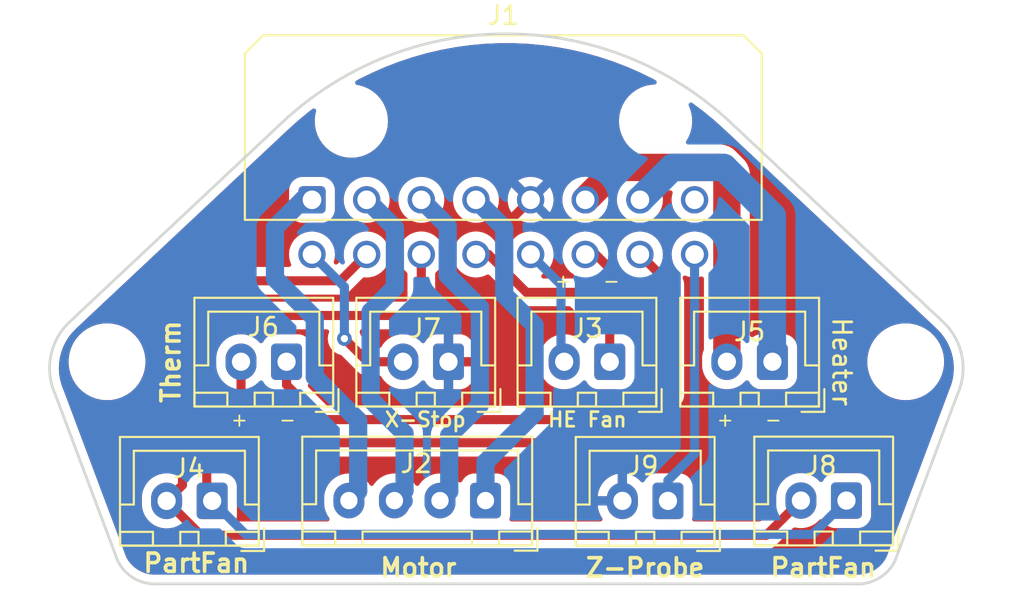
<source format=kicad_pcb>
(kicad_pcb (version 20211014) (generator pcbnew)
  (layers (0 "F.Cu" signal) (31 "B.Cu" signal) (34 "B.Paste" user) (35 "F.Paste" user) (36 "B.SilkS" user "B.Silkscreen") (37 "F.SilkS" user "F.Silkscreen") (38 "B.Mask" user) (39 "F.Mask" user) (44 "Edge.Cuts" user))
  (net 0 "")
  (net 1 "GND")
  (net 2 "/Hotend_Fan+")
  (net 3 "/Hotend_Fan-")
  (net 4 "/PartFan-")
  (net 5 "/PartFan+")
  (net 6 "/Thermistor_2")
  (net 7 "/Thermistor_1")
  (net 8 "/Endstop_Sig")
  (net 9 "/Heater1")
  (net 10 "/Heater2")
  (net 11 "/Motor_B2")
  (net 12 "/Motor_B1")
  (net 13 "/Motor_A2")
  (net 14 "/Motor_A1")
  (net 16 "/Klicky_Probe")
  (footprint "MountingHole:MountingHole_3.2mm_M3" (layer "F.Cu") (at 78.08 100)
    (fp_text reference "H1")
    (fp_text value "MountingHole")
    (pad "" np_thru_hole circle locked (at 0 0) (size 3.2 3.2) (drill 3.2) (layers *.Cu *.Mask))
  )
  (footprint "MountingHole:MountingHole_3.2mm_M3" (layer "F.Cu") (at 121.92 100)
    (fp_text reference "H2")
    (fp_text value "MountingHole")
    (pad "" np_thru_hole circle locked (at 0 0) (size 3.2 3.2) (drill 3.2) (layers *.Cu *.Mask))
  )
  (footprint "Connector_JST:JST_XH_B2B-XH-A_1x02_P2.50mm_Vertical" (layer "F.Cu") (at 96.825 100 180)
    (fp_text reference "J7" (at 1.27 1.825) (layer "F.SilkS"))
    (fp_text value "X-Endstop")
    (fp_line (start 5.06 -2.46) (end -2.56 -2.46) (layer "F.SilkS") (width 0.12))
    (fp_line (start -0.75 -1.7) (end -0.75 -2.45) (layer "F.SilkS") (width 0.12))
    (fp_line (start -1.8 2.75) (end 1.25 2.75) (layer "F.SilkS") (width 0.12))
    (fp_line (start 5.05 -2.45) (end 3.25 -2.45) (layer "F.SilkS") (width 0.12))
    (fp_line (start 0.75 -1.7) (end 1.75 -1.7) (layer "F.SilkS") (width 0.12))
    (fp_line (start 5.05 -1.7) (end 5.05 -2.45) (layer "F.SilkS") (width 0.12))
    (fp_line (start -1.8 -0.2) (end -1.8 2.75) (layer "F.SilkS") (width 0.12))
    (fp_line (start 5.06 3.51) (end 5.06 -2.46) (layer "F.SilkS") (width 0.12))
    (fp_line (start 1.75 -1.7) (end 1.75 -2.45) (layer "F.SilkS") (width 0.12))
    (fp_line (start -1.6 -2.75) (end -2.85 -2.75) (layer "F.SilkS") (width 0.12))
    (fp_line (start -2.85 -2.75) (end -2.85 -1.5) (layer "F.SilkS") (width 0.12))
    (fp_line (start 5.05 -0.2) (end 4.3 -0.2) (layer "F.SilkS") (width 0.12))
    (fp_line (start 4.3 2.75) (end 1.25 2.75) (layer "F.SilkS") (width 0.12))
    (fp_line (start -2.55 -1.7) (end -0.75 -1.7) (layer "F.SilkS") (width 0.12))
    (fp_line (start 4.3 -0.2) (end 4.3 2.75) (layer "F.SilkS") (width 0.12))
    (fp_line (start -0.75 -2.45) (end -2.55 -2.45) (layer "F.SilkS") (width 0.12))
    (fp_line (start 3.25 -2.45) (end 3.25 -1.7) (layer "F.SilkS") (width 0.12))
    (fp_line (start 0.75 -2.45) (end 0.75 -1.7) (layer "F.SilkS") (width 0.12))
    (fp_line (start 3.25 -1.7) (end 5.05 -1.7) (layer "F.SilkS") (width 0.12))
    (fp_line (start 1.75 -2.45) (end 0.75 -2.45) (layer "F.SilkS") (width 0.12))
    (fp_line (start -2.55 -0.2) (end -1.8 -0.2) (layer "F.SilkS") (width 0.12))
    (fp_line (start -2.56 3.51) (end 5.06 3.51) (layer "F.SilkS") (width 0.12))
    (fp_line (start -2.55 -2.45) (end -2.55 -1.7) (layer "F.SilkS") (width 0.12))
    (fp_line (start -2.56 -2.46) (end -2.56 3.51) (layer "F.SilkS") (width 0.12))
    (pad "1" thru_hole roundrect locked (at 0 0 180) (size 1.7 2) (drill 1) (layers *.Cu *.Mask) (roundrect_rratio 0.147059) (net 1 "GND"))
    (pad "2" thru_hole oval locked (at 2.5 0 180) (size 1.7 2) (drill 1) (layers *.Cu *.Mask) (net 8 "/Endstop_Sig"))
  )
  (footprint "Connector_JST:JST_XH_B2B-XH-A_1x02_P2.50mm_Vertical" (layer "F.Cu") (at 114.605 100 180)
    (fp_text reference "J5" (at 1.25 1.651) (layer "F.SilkS"))
    (fp_text value "Heater")
    (fp_line (start -0.75 -2.45) (end -2.55 -2.45) (layer "F.SilkS") (width 0.12))
    (fp_line (start 3.25 -1.7) (end 5.05 -1.7) (layer "F.SilkS") (width 0.12))
    (fp_line (start -1.6 -2.75) (end -2.85 -2.75) (layer "F.SilkS") (width 0.12))
    (fp_line (start 4.3 -0.2) (end 4.3 2.75) (layer "F.SilkS") (width 0.12))
    (fp_line (start 4.3 2.75) (end 1.25 2.75) (layer "F.SilkS") (width 0.12))
    (fp_line (start 5.05 -0.2) (end 4.3 -0.2) (layer "F.SilkS") (width 0.12))
    (fp_line (start -2.55 -1.7) (end -0.75 -1.7) (layer "F.SilkS") (width 0.12))
    (fp_line (start -2.56 -2.46) (end -2.56 3.51) (layer "F.SilkS") (width 0.12))
    (fp_line (start 5.05 -2.45) (end 3.25 -2.45) (layer "F.SilkS") (width 0.12))
    (fp_line (start 1.75 -2.45) (end 0.75 -2.45) (layer "F.SilkS") (width 0.12))
    (fp_line (start -1.8 -0.2) (end -1.8 2.75) (layer "F.SilkS") (width 0.12))
    (fp_line (start -2.85 -2.75) (end -2.85 -1.5) (layer "F.SilkS") (width 0.12))
    (fp_line (start -1.8 2.75) (end 1.25 2.75) (layer "F.SilkS") (width 0.12))
    (fp_line (start 3.25 -2.45) (end 3.25 -1.7) (layer "F.SilkS") (width 0.12))
    (fp_line (start -2.55 -2.45) (end -2.55 -1.7) (layer "F.SilkS") (width 0.12))
    (fp_line (start -2.56 3.51) (end 5.06 3.51) (layer "F.SilkS") (width 0.12))
    (fp_line (start -2.55 -0.2) (end -1.8 -0.2) (layer "F.SilkS") (width 0.12))
    (fp_line (start -0.75 -1.7) (end -0.75 -2.45) (layer "F.SilkS") (width 0.12))
    (fp_line (start 5.05 -1.7) (end 5.05 -2.45) (layer "F.SilkS") (width 0.12))
    (fp_line (start 0.75 -1.7) (end 1.75 -1.7) (layer "F.SilkS") (width 0.12))
    (fp_line (start 5.06 3.51) (end 5.06 -2.46) (layer "F.SilkS") (width 0.12))
    (fp_line (start 5.06 -2.46) (end -2.56 -2.46) (layer "F.SilkS") (width 0.12))
    (fp_line (start 1.75 -1.7) (end 1.75 -2.45) (layer "F.SilkS") (width 0.12))
    (fp_line (start 0.75 -2.45) (end 0.75 -1.7) (layer "F.SilkS") (width 0.12))
    (pad "1" thru_hole roundrect locked (at 0 0 180) (size 1.7 2) (drill 1) (layers *.Cu *.Mask) (roundrect_rratio 0.147059) (net 9 "/Heater1"))
    (pad "2" thru_hole oval locked (at 2.5 0 180) (size 1.7 2) (drill 1) (layers *.Cu *.Mask) (net 10 "/Heater2"))
  )
  (footprint "Connector_JST:JST_XH_B2B-XH-A_1x02_P2.50mm_Vertical" (layer "F.Cu") (at 105.675 100 180)
    (fp_text reference "J3" (at 1.24 1.825) (layer "F.SilkS"))
    (fp_text value "Hotend Fan")
    (fp_line (start -2.55 -1.7) (end -0.75 -1.7) (layer "F.SilkS") (width 0.12))
    (fp_line (start -2.85 -2.75) (end -2.85 -1.5) (layer "F.SilkS") (width 0.12))
    (fp_line (start 0.75 -2.45) (end 0.75 -1.7) (layer "F.SilkS") (width 0.12))
    (fp_line (start 1.75 -2.45) (end 0.75 -2.45) (layer "F.SilkS") (width 0.12))
    (fp_line (start 5.06 -2.46) (end -2.56 -2.46) (layer "F.SilkS") (width 0.12))
    (fp_line (start -1.6 -2.75) (end -2.85 -2.75) (layer "F.SilkS") (width 0.12))
    (fp_line (start -2.55 -2.45) (end -2.55 -1.7) (layer "F.SilkS") (width 0.12))
    (fp_line (start 0.75 -1.7) (end 1.75 -1.7) (layer "F.SilkS") (width 0.12))
    (fp_line (start 3.25 -1.7) (end 5.05 -1.7) (layer "F.SilkS") (width 0.12))
    (fp_line (start -2.55 -0.2) (end -1.8 -0.2) (layer "F.SilkS") (width 0.12))
    (fp_line (start -2.56 3.51) (end 5.06 3.51) (layer "F.SilkS") (width 0.12))
    (fp_line (start 1.75 -1.7) (end 1.75 -2.45) (layer "F.SilkS") (width 0.12))
    (fp_line (start 4.3 2.75) (end 1.25 2.75) (layer "F.SilkS") (width 0.12))
    (fp_line (start -1.8 2.75) (end 1.25 2.75) (layer "F.SilkS") (width 0.12))
    (fp_line (start -0.75 -1.7) (end -0.75 -2.45) (layer "F.SilkS") (width 0.12))
    (fp_line (start 5.06 3.51) (end 5.06 -2.46) (layer "F.SilkS") (width 0.12))
    (fp_line (start 4.3 -0.2) (end 4.3 2.75) (layer "F.SilkS") (width 0.12))
    (fp_line (start 3.25 -2.45) (end 3.25 -1.7) (layer "F.SilkS") (width 0.12))
    (fp_line (start 5.05 -0.2) (end 4.3 -0.2) (layer "F.SilkS") (width 0.12))
    (fp_line (start -1.8 -0.2) (end -1.8 2.75) (layer "F.SilkS") (width 0.12))
    (fp_line (start -2.56 -2.46) (end -2.56 3.51) (layer "F.SilkS") (width 0.12))
    (fp_line (start 5.05 -2.45) (end 3.25 -2.45) (layer "F.SilkS") (width 0.12))
    (fp_line (start -0.75 -2.45) (end -2.55 -2.45) (layer "F.SilkS") (width 0.12))
    (fp_line (start 5.05 -1.7) (end 5.05 -2.45) (layer "F.SilkS") (width 0.12))
    (pad "1" thru_hole roundrect locked (at 0 0 180) (size 1.7 2) (drill 1) (layers *.Cu *.Mask) (roundrect_rratio 0.147059) (net 3 "/Hotend_Fan-"))
    (pad "2" thru_hole oval locked (at 2.5 0 180) (size 1.7 2) (drill 1) (layers *.Cu *.Mask) (net 2 "/Hotend_Fan+"))
  )
  (footprint "Connector_JST:JST_XH_B2B-XH-A_1x02_P2.50mm_Vertical" (layer "F.Cu") (at 87.935 100 180)
    (fp_text reference "J6" (at 1.27 1.905) (layer "F.SilkS"))
    (fp_text value "Thermistor")
    (fp_line (start 4.3 2.75) (end 1.25 2.75) (layer "F.SilkS") (width 0.12))
    (fp_line (start -2.56 3.51) (end 5.06 3.51) (layer "F.SilkS") (width 0.12))
    (fp_line (start -1.8 2.75) (end 1.25 2.75) (layer "F.SilkS") (width 0.12))
    (fp_line (start 1.75 -1.7) (end 1.75 -2.45) (layer "F.SilkS") (width 0.12))
    (fp_line (start -2.55 -0.2) (end -1.8 -0.2) (layer "F.SilkS") (width 0.12))
    (fp_line (start 0.75 -2.45) (end 0.75 -1.7) (layer "F.SilkS") (width 0.12))
    (fp_line (start -2.56 -2.46) (end -2.56 3.51) (layer "F.SilkS") (width 0.12))
    (fp_line (start 3.25 -1.7) (end 5.05 -1.7) (layer "F.SilkS") (width 0.12))
    (fp_line (start 0.75 -1.7) (end 1.75 -1.7) (layer "F.SilkS") (width 0.12))
    (fp_line (start 5.06 3.51) (end 5.06 -2.46) (layer "F.SilkS") (width 0.12))
    (fp_line (start -0.75 -2.45) (end -2.55 -2.45) (layer "F.SilkS") (width 0.12))
    (fp_line (start 4.3 -0.2) (end 4.3 2.75) (layer "F.SilkS") (width 0.12))
    (fp_line (start 5.05 -1.7) (end 5.05 -2.45) (layer "F.SilkS") (width 0.12))
    (fp_line (start -1.6 -2.75) (end -2.85 -2.75) (layer "F.SilkS") (width 0.12))
    (fp_line (start 3.25 -2.45) (end 3.25 -1.7) (layer "F.SilkS") (width 0.12))
    (fp_line (start 5.05 -2.45) (end 3.25 -2.45) (layer "F.SilkS") (width 0.12))
    (fp_line (start 5.05 -0.2) (end 4.3 -0.2) (layer "F.SilkS") (width 0.12))
    (fp_line (start -2.55 -2.45) (end -2.55 -1.7) (layer "F.SilkS") (width 0.12))
    (fp_line (start -1.8 -0.2) (end -1.8 2.75) (layer "F.SilkS") (width 0.12))
    (fp_line (start -2.85 -2.75) (end -2.85 -1.5) (layer "F.SilkS") (width 0.12))
    (fp_line (start -2.55 -1.7) (end -0.75 -1.7) (layer "F.SilkS") (width 0.12))
    (fp_line (start 5.06 -2.46) (end -2.56 -2.46) (layer "F.SilkS") (width 0.12))
    (fp_line (start -0.75 -1.7) (end -0.75 -2.45) (layer "F.SilkS") (width 0.12))
    (fp_line (start 1.75 -2.45) (end 0.75 -2.45) (layer "F.SilkS") (width 0.12))
    (pad "1" thru_hole roundrect locked (at 0 0 180) (size 1.7 2) (drill 1) (layers *.Cu *.Mask) (roundrect_rratio 0.147059) (net 7 "/Thermistor_1"))
    (pad "2" thru_hole oval locked (at 2.5 0 180) (size 1.7 2) (drill 1) (layers *.Cu *.Mask) (net 6 "/Thermistor_2"))
  )
  (footprint "Connector_JST:JST_XH_B2B-XH-A_1x02_P2.50mm_Vertical" (layer "F.Cu") (at 83.851 107.637 180)
    (fp_text reference "J4" (at 1.27 1.778) (layer "F.SilkS"))
    (fp_text value "Part Cooling Fan")
    (fp_line (start -1.6 -2.75) (end -2.85 -2.75) (layer "F.SilkS") (width 0.12))
    (fp_line (start -0.75 -1.7) (end -0.75 -2.45) (layer "F.SilkS") (width 0.12))
    (fp_line (start -2.55 -2.45) (end -2.55 -1.7) (layer "F.SilkS") (width 0.12))
    (fp_line (start -1.8 2.75) (end 1.25 2.75) (layer "F.SilkS") (width 0.12))
    (fp_line (start -2.55 -1.7) (end -0.75 -1.7) (layer "F.SilkS") (width 0.12))
    (fp_line (start -2.55 -0.2) (end -1.8 -0.2) (layer "F.SilkS") (width 0.12))
    (fp_line (start -0.75 -2.45) (end -2.55 -2.45) (layer "F.SilkS") (width 0.12))
    (fp_line (start 1.75 -1.7) (end 1.75 -2.45) (layer "F.SilkS") (width 0.12))
    (fp_line (start 5.05 -0.2) (end 4.3 -0.2) (layer "F.SilkS") (width 0.12))
    (fp_line (start 4.3 -0.2) (end 4.3 2.75) (layer "F.SilkS") (width 0.12))
    (fp_line (start 4.3 2.75) (end 1.25 2.75) (layer "F.SilkS") (width 0.12))
    (fp_line (start 5.05 -2.45) (end 3.25 -2.45) (layer "F.SilkS") (width 0.12))
    (fp_line (start 3.25 -2.45) (end 3.25 -1.7) (layer "F.SilkS") (width 0.12))
    (fp_line (start 3.25 -1.7) (end 5.05 -1.7) (layer "F.SilkS") (width 0.12))
    (fp_line (start -2.56 3.51) (end 5.06 3.51) (layer "F.SilkS") (width 0.12))
    (fp_line (start -2.56 -2.46) (end -2.56 3.51) (layer "F.SilkS") (width 0.12))
    (fp_line (start 5.05 -1.7) (end 5.05 -2.45) (layer "F.SilkS") (width 0.12))
    (fp_line (start 0.75 -2.45) (end 0.75 -1.7) (layer "F.SilkS") (width 0.12))
    (fp_line (start -2.85 -2.75) (end -2.85 -1.5) (layer "F.SilkS") (width 0.12))
    (fp_line (start -1.8 -0.2) (end -1.8 2.75) (layer "F.SilkS") (width 0.12))
    (fp_line (start 5.06 3.51) (end 5.06 -2.46) (layer "F.SilkS") (width 0.12))
    (fp_line (start 1.75 -2.45) (end 0.75 -2.45) (layer "F.SilkS") (width 0.12))
    (fp_line (start 5.06 -2.46) (end -2.56 -2.46) (layer "F.SilkS") (width 0.12))
    (fp_line (start 0.75 -1.7) (end 1.75 -1.7) (layer "F.SilkS") (width 0.12))
    (pad "1" thru_hole roundrect locked (at 0 0 180) (size 1.7 2) (drill 1) (layers *.Cu *.Mask) (roundrect_rratio 0.147059) (net 4 "/PartFan-"))
    (pad "2" thru_hole oval locked (at 2.5 0 180) (size 1.7 2) (drill 1) (layers *.Cu *.Mask) (net 5 "/PartFan+"))
  )
  (footprint "Connector_JST:JST_XH_B4B-XH-A_1x04_P2.50mm_Vertical" (layer "F.Cu") (at 98.857 107.62 180)
    (fp_text reference "J2" (at 3.81 2.032) (layer "F.SilkS"))
    (fp_text value "Motor")
    (fp_line (start -0.75 -2.45) (end -2.55 -2.45) (layer "F.SilkS") (width 0.12))
    (fp_line (start 10.06 3.51) (end 10.06 -2.46) (layer "F.SilkS") (width 0.12))
    (fp_line (start 0.75 -1.7) (end 6.75 -1.7) (layer "F.SilkS") (width 0.12))
    (fp_line (start -0.75 -1.7) (end -0.75 -2.45) (layer "F.SilkS") (width 0.12))
    (fp_line (start 8.25 -2.45) (end 8.25 -1.7) (layer "F.SilkS") (width 0.12))
    (fp_line (start -2.55 -2.45) (end -2.55 -1.7) (layer "F.SilkS") (width 0.12))
    (fp_line (start 9.3 2.75) (end 3.75 2.75) (layer "F.SilkS") (width 0.12))
    (fp_line (start -1.8 -0.2) (end -1.8 2.75) (layer "F.SilkS") (width 0.12))
    (fp_line (start 10.05 -2.45) (end 8.25 -2.45) (layer "F.SilkS") (width 0.12))
    (fp_line (start 8.25 -1.7) (end 10.05 -1.7) (layer "F.SilkS") (width 0.12))
    (fp_line (start 6.75 -1.7) (end 6.75 -2.45) (layer "F.SilkS") (width 0.12))
    (fp_line (start -1.8 2.75) (end 3.75 2.75) (layer "F.SilkS") (width 0.12))
    (fp_line (start -2.56 3.51) (end 10.06 3.51) (layer "F.SilkS") (width 0.12))
    (fp_line (start 10.05 -0.2) (end 9.3 -0.2) (layer "F.SilkS") (width 0.12))
    (fp_line (start 0.75 -2.45) (end 0.75 -1.7) (layer "F.SilkS") (width 0.12))
    (fp_line (start 10.06 -2.46) (end -2.56 -2.46) (layer "F.SilkS") (width 0.12))
    (fp_line (start -2.56 -2.46) (end -2.56 3.51) (layer "F.SilkS") (width 0.12))
    (fp_line (start 9.3 -0.2) (end 9.3 2.75) (layer "F.SilkS") (width 0.12))
    (fp_line (start -1.6 -2.75) (end -2.85 -2.75) (layer "F.SilkS") (width 0.12))
    (fp_line (start 6.75 -2.45) (end 0.75 -2.45) (layer "F.SilkS") (width 0.12))
    (fp_line (start -2.55 -0.2) (end -1.8 -0.2) (layer "F.SilkS") (width 0.12))
    (fp_line (start 10.05 -1.7) (end 10.05 -2.45) (layer "F.SilkS") (width 0.12))
    (fp_line (start -2.85 -2.75) (end -2.85 -1.5) (layer "F.SilkS") (width 0.12))
    (fp_line (start -2.55 -1.7) (end -0.75 -1.7) (layer "F.SilkS") (width 0.12))
    (pad "1" thru_hole roundrect locked (at 0 0 180) (size 1.7 1.95) (drill 0.95) (layers *.Cu *.Mask) (roundrect_rratio 0.147059) (net 11 "/Motor_B2"))
    (pad "2" thru_hole oval locked (at 2.5 0 180) (size 1.7 1.95) (drill 0.95) (layers *.Cu *.Mask) (net 12 "/Motor_B1"))
    (pad "3" thru_hole oval locked (at 5 0 180) (size 1.7 1.95) (drill 0.95) (layers *.Cu *.Mask) (net 13 "/Motor_A2"))
    (pad "4" thru_hole oval locked (at 7.5 0 180) (size 1.7 1.95) (drill 0.95) (layers *.Cu *.Mask) (net 14 "/Motor_A1"))
  )
  (footprint "Connector_JST:JST_XH_B2B-XH-A_1x02_P2.50mm_Vertical" (layer "F.Cu") (at 118.669 107.62 180)
    (fp_text reference "J8" (at 1.397 1.905) (layer "F.SilkS"))
    (fp_text value "Part Cooling Fan")
    (fp_line (start 0.75 -1.7) (end 1.75 -1.7) (layer "F.SilkS") (width 0.12))
    (fp_line (start -2.56 -2.46) (end -2.56 3.51) (layer "F.SilkS") (width 0.12))
    (fp_line (start -1.6 -2.75) (end -2.85 -2.75) (layer "F.SilkS") (width 0.12))
    (fp_line (start -1.8 2.75) (end 1.25 2.75) (layer "F.SilkS") (width 0.12))
    (fp_line (start 4.3 -0.2) (end 4.3 2.75) (layer "F.SilkS") (width 0.12))
    (fp_line (start 0.75 -2.45) (end 0.75 -1.7) (layer "F.SilkS") (width 0.12))
    (fp_line (start -1.8 -0.2) (end -1.8 2.75) (layer "F.SilkS") (width 0.12))
    (fp_line (start 5.05 -2.45) (end 3.25 -2.45) (layer "F.SilkS") (width 0.12))
    (fp_line (start -0.75 -1.7) (end -0.75 -2.45) (layer "F.SilkS") (width 0.12))
    (fp_line (start -2.55 -2.45) (end -2.55 -1.7) (layer "F.SilkS") (width 0.12))
    (fp_line (start -2.55 -1.7) (end -0.75 -1.7) (layer "F.SilkS") (width 0.12))
    (fp_line (start 1.75 -1.7) (end 1.75 -2.45) (layer "F.SilkS") (width 0.12))
    (fp_line (start 5.05 -0.2) (end 4.3 -0.2) (layer "F.SilkS") (width 0.12))
    (fp_line (start -2.56 3.51) (end 5.06 3.51) (layer "F.SilkS") (width 0.12))
    (fp_line (start 5.05 -1.7) (end 5.05 -2.45) (layer "F.SilkS") (width 0.12))
    (fp_line (start 3.25 -1.7) (end 5.05 -1.7) (layer "F.SilkS") (width 0.12))
    (fp_line (start -2.55 -0.2) (end -1.8 -0.2) (layer "F.SilkS") (width 0.12))
    (fp_line (start 1.75 -2.45) (end 0.75 -2.45) (layer "F.SilkS") (width 0.12))
    (fp_line (start 3.25 -2.45) (end 3.25 -1.7) (layer "F.SilkS") (width 0.12))
    (fp_line (start 5.06 3.51) (end 5.06 -2.46) (layer "F.SilkS") (width 0.12))
    (fp_line (start -2.85 -2.75) (end -2.85 -1.5) (layer "F.SilkS") (width 0.12))
    (fp_line (start 5.06 -2.46) (end -2.56 -2.46) (layer "F.SilkS") (width 0.12))
    (fp_line (start 4.3 2.75) (end 1.25 2.75) (layer "F.SilkS") (width 0.12))
    (fp_line (start -0.75 -2.45) (end -2.55 -2.45) (layer "F.SilkS") (width 0.12))
    (pad "1" thru_hole roundrect locked (at 0 0 180) (size 1.7 2) (drill 1) (layers *.Cu *.Mask) (roundrect_rratio 0.147059) (net 4 "/PartFan-"))
    (pad "2" thru_hole oval locked (at 2.5 0 180) (size 1.7 2) (drill 1) (layers *.Cu *.Mask) (net 5 "/PartFan+"))
  )
  (footprint "Connector_JST:JST_XH_B2B-XH-A_1x02_P2.50mm_Vertical" (layer "F.Cu") (at 108.87 107.637 180)
    (fp_text reference "J9" (at 1.377 1.922) (layer "F.SilkS"))
    (fp_text value "Z-Endstop")
    (fp_line (start -2.56 -2.46) (end -2.56 3.51) (layer "F.SilkS") (width 0.12))
    (fp_line (start -1.6 -2.75) (end -2.85 -2.75) (layer "F.SilkS") (width 0.12))
    (fp_line (start 5.06 -2.46) (end -2.56 -2.46) (layer "F.SilkS") (width 0.12))
    (fp_line (start 0.75 -2.45) (end 0.75 -1.7) (layer "F.SilkS") (width 0.12))
    (fp_line (start -2.85 -2.75) (end -2.85 -1.5) (layer "F.SilkS") (width 0.12))
    (fp_line (start -0.75 -2.45) (end -2.55 -2.45) (layer "F.SilkS") (width 0.12))
    (fp_line (start 3.25 -2.45) (end 3.25 -1.7) (layer "F.SilkS") (width 0.12))
    (fp_line (start 5.05 -1.7) (end 5.05 -2.45) (layer "F.SilkS") (width 0.12))
    (fp_line (start -2.55 -1.7) (end -0.75 -1.7) (layer "F.SilkS") (width 0.12))
    (fp_line (start 5.05 -0.2) (end 4.3 -0.2) (layer "F.SilkS") (width 0.12))
    (fp_line (start -2.55 -2.45) (end -2.55 -1.7) (layer "F.SilkS") (width 0.12))
    (fp_line (start 0.75 -1.7) (end 1.75 -1.7) (layer "F.SilkS") (width 0.12))
    (fp_line (start -0.75 -1.7) (end -0.75 -2.45) (layer "F.SilkS") (width 0.12))
    (fp_line (start 1.75 -1.7) (end 1.75 -2.45) (layer "F.SilkS") (width 0.12))
    (fp_line (start 4.3 2.75) (end 1.25 2.75) (layer "F.SilkS") (width 0.12))
    (fp_line (start -1.8 2.75) (end 1.25 2.75) (layer "F.SilkS") (width 0.12))
    (fp_line (start -2.55 -0.2) (end -1.8 -0.2) (layer "F.SilkS") (width 0.12))
    (fp_line (start -1.8 -0.2) (end -1.8 2.75) (layer "F.SilkS") (width 0.12))
    (fp_line (start -2.56 3.51) (end 5.06 3.51) (layer "F.SilkS") (width 0.12))
    (fp_line (start 3.25 -1.7) (end 5.05 -1.7) (layer "F.SilkS") (width 0.12))
    (fp_line (start 4.3 -0.2) (end 4.3 2.75) (layer "F.SilkS") (width 0.12))
    (fp_line (start 5.05 -2.45) (end 3.25 -2.45) (layer "F.SilkS") (width 0.12))
    (fp_line (start 1.75 -2.45) (end 0.75 -2.45) (layer "F.SilkS") (width 0.12))
    (fp_line (start 5.06 3.51) (end 5.06 -2.46) (layer "F.SilkS") (width 0.12))
    (pad "1" thru_hole roundrect (at 0 0 180) (size 1.7 2) (drill 1) (layers *.Cu *.Mask) (roundrect_rratio 0.147059) (net 16 "/Klicky_Probe"))
    (pad "2" thru_hole oval (at 2.5 0 180) (size 1.7 2) (drill 1) (layers *.Cu *.Mask) (net 1 "GND"))
  )
  (footprint "Connector_Molex:Molex_Micro-Fit_3.0_43045-1600_2x08_P3.00mm_Horizontal" (layer "F.Cu") (at 89.332 91.11)
    (fp_text reference "J1" (at 10.5 -10.12) (layer "F.SilkS"))
    (fp_text value "Conn_02x08_Top_Bottom")
    (fp_line (start -3.685 -8.03) (end -2.685 -9.03) (layer "F.SilkS") (width 0.12))
    (fp_line (start 24.685 -8.03) (end 24.685 1.1) (layer "F.SilkS") (width 0.12))
    (fp_line (start -3.685 1.1) (end -3.685 -8.03) (layer "F.SilkS") (width 0.12))
    (fp_line (start 24.685 1.1) (end -3.685 1.1) (layer "F.SilkS") (width 0.12))
    (fp_line (start 23.685 -9.03) (end 24.685 -8.03) (layer "F.SilkS") (width 0.12))
    (fp_line (start -2.685 -9.03) (end 23.685 -9.03) (layer "F.SilkS") (width 0.12))
    (pad "" np_thru_hole circle (at 2.16 -4.32) (size 3 3) (drill 3) (layers *.Cu *.Mask))
    (pad "" np_thru_hole circle (at 18.86 -4.32) (size 3 3) (drill 3) (layers *.Cu *.Mask))
    (pad "1" thru_hole roundrect (at 0 0) (size 1.5 1.5) (drill 1.02) (layers *.Cu *.Mask) (roundrect_rratio 0.166667) (net 14 "/Motor_A1"))
    (pad "2" thru_hole circle (at 3 0) (size 1.5 1.5) (drill 1.02) (layers *.Cu *.Mask) (net 13 "/Motor_A2"))
    (pad "3" thru_hole circle (at 6 0) (size 1.5 1.5) (drill 1.02) (layers *.Cu *.Mask) (net 12 "/Motor_B1"))
    (pad "4" thru_hole circle (at 9 0) (size 1.5 1.5) (drill 1.02) (layers *.Cu *.Mask) (net 11 "/Motor_B2"))
    (pad "5" thru_hole circle (at 12 0) (size 1.5 1.5) (drill 1.02) (layers *.Cu *.Mask) (net 1 "GND"))
    (pad "6" thru_hole circle (at 15 0) (size 1.5 1.5) (drill 1.02) (layers *.Cu *.Mask) (net 10 "/Heater2"))
    (pad "7" thru_hole circle (at 18 0) (size 1.5 1.5) (drill 1.02) (layers *.Cu *.Mask) (net 9 "/Heater1"))
    (pad "8" thru_hole circle (at 21 0) (size 1.5 1.5) (drill 1.02) (layers *.Cu *.Mask))
    (pad "9" thru_hole circle (at 0 3) (size 1.5 1.5) (drill 1.02) (layers *.Cu *.Mask) (net 8 "/Endstop_Sig"))
    (pad "10" thru_hole circle (at 3 3) (size 1.5 1.5) (drill 1.02) (layers *.Cu *.Mask) (net 5 "/PartFan+"))
    (pad "11" thru_hole circle (at 6 3) (size 1.5 1.5) (drill 1.02) (layers *.Cu *.Mask) (net 4 "/PartFan-"))
    (pad "12" thru_hole circle (at 9 3) (size 1.5 1.5) (drill 1.02) (layers *.Cu *.Mask) (net 3 "/Hotend_Fan-"))
    (pad "13" thru_hole circle (at 12 3) (size 1.5 1.5) (drill 1.02) (layers *.Cu *.Mask) (net 2 "/Hotend_Fan+"))
    (pad "14" thru_hole circle (at 15 3) (size 1.5 1.5) (drill 1.02) (layers *.Cu *.Mask) (net 7 "/Thermistor_1"))
    (pad "15" thru_hole circle (at 18 3) (size 1.5 1.5) (drill 1.02) (layers *.Cu *.Mask) (net 6 "/Thermistor_2"))
    (pad "16" thru_hole circle (at 21 3) (size 1.5 1.5) (drill 1.02) (layers *.Cu *.Mask) (net 16 "/Klicky_Probe"))
  )
  (gr_line (start 80.823 112.192) (end 119.176999 112.192) (layer "Edge.Cuts") (width 0.15))
  (gr_arc (start 80.823 112.192) (mid 79.552202 111.882207) (end 78.664 110.922) (layer "Edge.Cuts") (width 0.15))
  (gr_arc (start 87.682482 86.8745) (mid 100 82) (end 112.317518 86.8745) (layer "Edge.Cuts") (width 0.15))
  (gr_arc (start 121.335999 110.922) (mid 120.447797 111.882207) (end 119.176999 112.192) (layer "Edge.Cuts") (width 0.15))
  (gr_arc (start 123.972919 97.812416) (mid 125.004102 99.668345) (end 124.764999 101.778) (layer "Edge.Cuts") (width 0.15))
  (gr_line (start 123.972919 97.812416) (end 112.317518 86.8745) (layer "Edge.Cuts") (width 0.15))
  (gr_line (start 75.235 101.778) (end 78.664 110.922) (layer "Edge.Cuts") (width 0.15))
  (gr_arc (start 75.235 101.778) (mid 74.995897 99.668345) (end 76.02708 97.812416) (layer "Edge.Cuts") (width 0.15))
  (gr_line (start 121.335999 110.922) (end 124.764999 101.778) (layer "Edge.Cuts") (width 0.15))
  (gr_line (start 87.682481 86.8745) (end 76.02708 97.812416) (layer "Edge.Cuts") (width 0.15))
  (gr_text "HE Fan" (at 104.445 103.175) (layer "F.SilkS") (effects (font (size 0.8 0.8))))
  (gr_text "+   -\n" (at 113.335 103.175) (layer "F.SilkS") (effects (font (size 0.75 0.75) (thickness 0.1))))
  (gr_text "PartFan" (at 117.399 111.303) (layer "F.SilkS") (effects (font (size 1 1) (thickness 0.2))))
  (gr_text "PartFan" (at 82.982 111.049) (layer "F.SilkS") (effects (font (size 1 1) (thickness 0.2))))
  (gr_text "+   -\n" (at 104.445 95.555) (layer "F.SilkS") (effects (font (size 0.75 0.75) (thickness 0.1))))
  (gr_text "Therm" (at 81.585 100 90) (layer "F.SilkS") (effects (font (size 1 1) (thickness 0.2))))
  (gr_text "Motor" (at 95.174 111.303) (layer "F.SilkS") (effects (font (size 1 1) (thickness 0.2))))
  (gr_text "Heater" (at 118.415 100 270) (layer "F.SilkS") (effects (font (size 1 1))))
  (gr_text "+   -\n" (at 86.665 103.175) (layer "F.SilkS") (effects (font (size 0.75 0.75) (thickness 0.1))))
  (gr_text "Z-Probe" (at 107.62 111.303) (layer "F.SilkS") (effects (font (size 1 1) (thickness 0.2))))
  (gr_text "X-Stop" (at 95.555 103.175) (layer "F.SilkS") (effects (font (size 0.8 0.8))))
  (segment (start 103 95.778) (end 101.332 94.11) (width 0.5) (layer "B.Cu") (net 2))
  (segment (start 103 96.142) (end 103 95.778) (width 0.5) (layer "B.Cu") (net 2))
  (segment (start 103 96.142) (end 103 99.825) (width 0.5) (layer "B.Cu") (net 2))
  (segment (start 103 99.825) (end 103.175 100) (width 0.5) (layer "B.Cu") (net 2))
  (segment (start 98.332 94.11) (end 99.01934 94.11) (width 0.5) (layer "F.Cu") (net 3))
  (segment (start 101.09934 96.19) (end 103.81 96.19) (width 0.5) (layer "F.Cu") (net 3))
  (segment (start 99.01934 94.11) (end 101.09934 96.19) (width 0.5) (layer "F.Cu") (net 3))
  (segment (start 103.81 96.19) (end 105.675 98.055) (width 0.5) (layer "F.Cu") (net 3))
  (segment (start 105.675 98.055) (end 105.675 100) (width 0.5) (layer "F.Cu") (net 3))
  (segment (start 83.55501 98.66499) (end 84.76 97.46) (width 0.5) (layer "F.Cu") (net 4))
  (segment (start 95.332 97.048) (end 95.332 94.11) (width 0.5) (layer "F.Cu") (net 4))
  (segment (start 94.92 97.46) (end 95.332 97.048) (width 0.5) (layer "F.Cu") (net 4))
  (segment (start 83.851 107.637) (end 83.55501 107.34101) (width 0.5) (layer "F.Cu") (net 4))
  (segment (start 84.76 97.46) (end 94.92 97.46) (width 0.5) (layer "F.Cu") (net 4))
  (segment (start 83.55501 107.34101) (end 83.55501 98.66499) (width 0.5) (layer "F.Cu") (net 4))
  (segment (start 116.81401 109.47499) (end 85.68899 109.47499) (width 0.5) (layer "B.Cu") (net 4))
  (segment (start 85.68899 109.47499) (end 83.851 107.637) (width 0.5) (layer "B.Cu") (net 4))
  (segment (start 118.669 107.62) (end 116.81401 109.47499) (width 0.5) (layer "B.Cu") (net 4))
  (segment (start 83.239 109.525) (end 114.264 109.525) (width 0.5) (layer "F.Cu") (net 5))
  (segment (start 92.412 94.03) (end 90.887 95.555) (width 0.5) (layer "F.Cu") (net 5))
  (segment (start 90.887 95.555) (end 84.125 95.555) (width 0.5) (layer "F.Cu") (net 5))
  (segment (start 82.22 106.768) (end 81.351 107.637) (width 0.5) (layer "F.Cu") (net 5))
  (segment (start 114.264 109.525) (end 116.169 107.62) (width 0.5) (layer "F.Cu") (net 5))
  (segment (start 81.351 107.637) (end 83.239 109.525) (width 0.5) (layer "F.Cu") (net 5))
  (segment (start 84.125 95.555) (end 82.22 97.46) (width 0.5) (layer "F.Cu") (net 5))
  (segment (start 82.22 97.46) (end 82.22 106.768) (width 0.5) (layer "F.Cu") (net 5))
  (segment (start 87.3 104.445) (end 85.435 102.58) (width 0.5) (layer "F.Cu") (net 6))
  (segment (start 106.35 104.445) (end 87.3 104.445) (width 0.5) (layer "F.Cu") (net 6))
  (segment (start 85.435 102.58) (end 85.435 100) (width 0.5) (layer "F.Cu") (net 6))
  (segment (start 109 95.778) (end 109 101.795) (width 0.5) (layer "F.Cu") (net 6))
  (segment (start 107.332 94.11) (end 109 95.778) (width 0.5) (layer "F.Cu") (net 6))
  (segment (start 109 101.795) (end 106.35 104.445) (width 0.5) (layer "F.Cu") (net 6))
  (segment (start 87.935 100) (end 87.935 101.27) (width 0.5) (layer "F.Cu") (net 7))
  (segment (start 105.715 103.175) (end 107.62 101.27) (width 0.5) (layer "F.Cu") (net 7))
  (segment (start 107.62 101.27) (end 107.62 96.825) (width 0.5) (layer "F.Cu") (net 7))
  (segment (start 104.905 94.11) (end 104.332 94.11) (width 0.5) (layer "F.Cu") (net 7))
  (segment (start 107.62 96.825) (end 104.905 94.11) (width 0.5) (layer "F.Cu") (net 7))
  (segment (start 89.84 103.175) (end 105.715 103.175) (width 0.5) (layer "F.Cu") (net 7))
  (segment (start 87.935 101.27) (end 89.84 103.175) (width 0.5) (layer "F.Cu") (net 7))
  (segment (start 94.325 100) (end 92.38 100) (width 0.5) (layer "F.Cu") (net 8))
  (segment (start 92.38 100) (end 91.11 98.73) (width 0.5) (layer "F.Cu") (net 8))
  (via (at 91.11 98.73) (size 0.8) (drill 0.4) (layers "F.Cu" "B.Cu") (net 8))
  (segment (start 91.11 95.888) (end 91.11 98.73) (width 0.5) (layer "B.Cu") (net 8))
  (segment (start 89.332 94.11) (end 91.11 95.888) (width 0.5) (layer "B.Cu") (net 8))
  (segment (start 111.938 89.332) (end 114.605 91.999) (width 1.5) (layer "B.Cu") (net 9))
  (segment (start 114.605 91.999) (end 114.605 100) (width 1.5) (layer "B.Cu") (net 9))
  (segment (start 109.11 89.332) (end 111.938 89.332) (width 1.5) (layer "B.Cu") (net 9))
  (segment (start 107.332 91.11) (end 109.11 89.332) (width 1.5) (layer "B.Cu") (net 9))
  (segment (start 104.332 91.11) (end 106.11 89.332) (width 1.5) (layer "F.Cu") (net 10))
  (segment (start 111.684 89.332) (end 112.105 89.753) (width 1.5) (layer "F.Cu") (net 10))
  (segment (start 106.11 89.332) (end 111.684 89.332) (width 1.5) (layer "F.Cu") (net 10))
  (segment (start 112.105 89.753) (end 112.105 100) (width 1.5) (layer "F.Cu") (net 10))
  (segment (start 101.549999 97.993999) (end 101.549999 102.819999) (width 1) (layer "B.Cu") (net 11))
  (segment (start 98.332 91.11) (end 99.882489 92.660489) (width 1) (layer "B.Cu") (net 11))
  (segment (start 99.882489 92.660489) (end 99.882489 96.326489) (width 1) (layer "B.Cu") (net 11))
  (segment (start 101.549999 102.819999) (end 98.857 105.512998) (width 1) (layer "B.Cu") (net 11))
  (segment (start 98.857 105.512998) (end 98.857 107.62) (width 1) (layer "B.Cu") (net 11))
  (segment (start 99.882489 96.326489) (end 101.549999 97.993999) (width 1) (layer "B.Cu") (net 11))
  (segment (start 96.865 104.044998) (end 96.865 107.112) (width 1) (layer "B.Cu") (net 12))
  (segment (start 96.781511 92.559511) (end 96.781511 95.257511) (width 1) (layer "B.Cu") (net 12))
  (segment (start 95.332 91.11) (end 96.781511 92.559511) (width 1) (layer "B.Cu") (net 12))
  (segment (start 96.781511 95.257511) (end 98.549999 97.025999) (width 1) (layer "B.Cu") (net 12))
  (segment (start 98.549999 102.359999) (end 96.865 104.044998) (width 1) (layer "B.Cu") (net 12))
  (segment (start 98.549999 97.025999) (end 98.549999 102.359999) (width 1) (layer "B.Cu") (net 12))
  (segment (start 96.865 107.112) (end 96.357 107.62) (width 1) (layer "B.Cu") (net 12))
  (segment (start 93.874 107.637) (end 94.365 107.637) (width 1) (layer "B.Cu") (net 13))
  (segment (start 92.332 91.11) (end 93.882489 92.660489) (width 1) (layer "B.Cu") (net 13))
  (segment (start 94.412 107.065) (end 93.857 107.62) (width 1) (layer "B.Cu") (net 13))
  (segment (start 92.549999 102.074999) (end 94.412 103.937) (width 1) (layer "B.Cu") (net 13))
  (segment (start 92.549999 97.246979) (end 92.549999 102.074999) (width 1) (layer "B.Cu") (net 13))
  (segment (start 93.882489 95.914489) (end 92.549999 97.246979) (width 1) (layer "B.Cu") (net 13))
  (segment (start 94.412 103.937) (end 94.412 107.065) (width 1) (layer "B.Cu") (net 13))
  (segment (start 93.882489 92.660489) (end 93.882489 95.914489) (width 1) (layer "B.Cu") (net 13))
  (segment (start 93.857 107.62) (end 93.874 107.637) (width 1) (layer "B.Cu") (net 13))
  (segment (start 88.824 91.11) (end 87.3 92.634) (width 1) (layer "B.Cu") (net 14))
  (segment (start 91.865 103.215) (end 91.865 107.112) (width 1) (layer "B.Cu") (net 14))
  (segment (start 87.3 92.634) (end 87.3 95.428) (width 1) (layer "B.Cu") (net 14))
  (segment (start 89.48452 97.61252) (end 89.48452 100.83452) (width 1) (layer "B.Cu") (net 14))
  (segment (start 91.865 107.112) (end 91.357 107.62) (width 1) (layer "B.Cu") (net 14))
  (segment (start 87.3 95.428) (end 89.48452 97.61252) (width 1) (layer "B.Cu") (net 14))
  (segment (start 89.332 91.11) (end 88.824 91.11) (width 1) (layer "B.Cu") (net 14))
  (segment (start 89.48452 100.83452) (end 91.865 103.215) (width 1) (layer "B.Cu") (net 14))
  (segment (start 110.332 105.052) (end 110.332 94.11) (width 0.5) (layer "B.Cu") (net 16))
  (segment (start 108.87 107.637) (end 108.87 106.514) (width 0.5) (layer "B.Cu") (net 16))
  (segment (start 108.87 106.514) (end 110.332 105.052) (width 0.5) (layer "B.Cu") (net 16))
  (zone (net 1) (net_name "GND") (layer "F.Cu") (connect_pads (clearance 0.508)) (min_thickness 0.254) (fill yes (thermal_gap 0.508) (thermal_bridge_width 0.508))
    (polygon (pts (xy 125.5 113.04) (xy 75 113.04) (xy 75 81.5) (xy 125.5 81.5)))
  )
  (zone (net 1) (net_name "GND") (layer "B.Cu") (connect_pads (clearance 0.508)) (min_thickness 0.254) (fill yes (thermal_gap 0.508) (thermal_bridge_width 0.508))
    (polygon (pts (xy 125.5 113.04) (xy 75 113.04) (xy 75 81.5) (xy 125.5 81.5)))
  )
)
</source>
